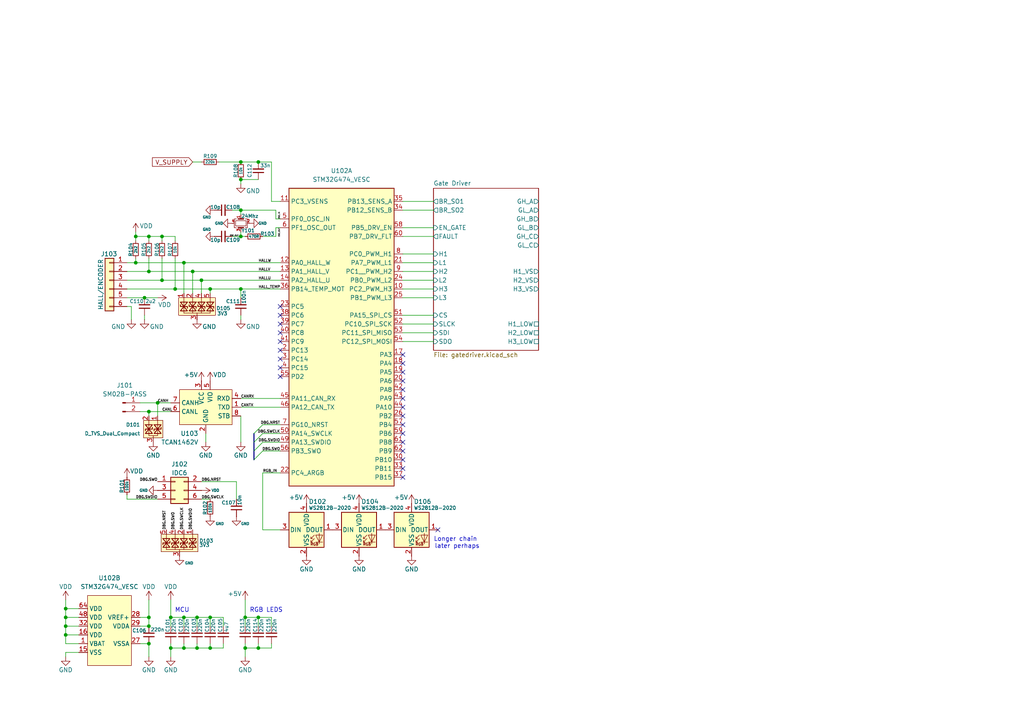
<source format=kicad_sch>
(kicad_sch (version 20250114) (generator "eeschema") (generator_version "9.0")
  (paper "A4")
  (lib_symbols
    (symbol "Bluesat:C_CompactH" (pin_numbers (hide yes)) (pin_names (offset 0.254) (hide yes))
      (property "Reference" "C" (at 0.762 0.889 0))
      (property "Value" "C_CompactH" (at -0.762 0.889 0))
      (symbol "C_CompactH_1_1"
        (pin passive line (at -2.54 0 0) (length 2.032) (name "~") (number "1"))
        (pin passive line (at 2.54 0 180) (length 2.032) (name "~") (number "2"))
      )
    )
    (symbol "Bluesat:C_CompactV" (pin_numbers (hide yes)) (pin_names (offset 0.254) (hide yes))
      (property "Reference" "C" (at -0.889 0.762 90))
      (property "Value" "C_CompactV" (at 0.889 0.762 90))
      (symbol "C_CompactV_1_1"
        (pin passive line (at 0 2.54 270) (length 2.032) (name "~") (number "2"))
        (pin passive line (at 0 -2.54 90) (length 2.032) (name "~") (number "1"))
      )
    )
    (symbol "Bluesat:D_TVS_Dual_Compact" (pin_names (offset 1.016) (hide yes))
      (property "Reference" "D" (at 0 6.35 0))
      (property "Value" "D_TVS_Dual_Compact" (at 0 5.08 0))
      (symbol "D_TVS_Dual_Compact_1_1"
        (pin passive line (at -1.27 3.81 270) (length 1.27) (name "") (number "1"))
        (pin passive line (at 0 -3.81 90) (length 1.27) (name "") (number "3"))
        (pin passive line (at 1.27 3.81 270) (length 1.27) (name "") (number "2"))
      )
    )
    (symbol "Bluesat:D_TVS_Quad_Compact" (pin_names (offset 1.016) (hide yes))
      (property "Reference" "D" (at 0 6.35 0))
      (property "Value" "D_TVS_Dual_Compact" (at 0 5.08 0))
      (symbol "D_TVS_Quad_Compact_1_1"
        (pin passive line (at -3.81 3.81 270) (length 1.27) (name "") (number "1"))
        (pin passive line (at -3.81 3.81 270) (length 1.27) (hide yes) (name "") (number "10"))
        (pin passive line (at -1.27 3.81 270) (length 1.27) (name "") (number "2"))
        (pin passive line (at -1.27 3.81 270) (length 1.27) (hide yes) (name "") (number "9"))
        (pin passive line (at 0 -3.81 90) (length 1.27) (name "") (number "3"))
        (pin passive line (at 0 -3.81 90) (length 1.27) (hide yes) (name "") (number "8"))
        (pin passive line (at 1.27 3.81 270) (length 1.27) (name "") (number "4"))
        (pin passive line (at 1.27 3.81 270) (length 1.27) (hide yes) (name "") (number "7"))
        (pin passive line (at 3.81 3.81 270) (length 1.27) (name "") (number "5"))
        (pin passive line (at 3.81 3.81 270) (length 1.27) (hide yes) (name "") (number "6"))
      )
    )
    (symbol "Bluesat:R_CompactH" (pin_numbers (hide yes)) (pin_names (offset 0.254) (hide yes))
      (property "Reference" "R" (at 1.8415 0.1905 0))
      (property "Value" "R_CompactH" (at 0 0 0))
      (symbol "R_CompactH_1_1"
        (pin passive line (at -2.54 0 0) (length 0.762) (name "~") (number "1"))
        (pin passive line (at 2.54 0 180) (length 0.762) (name "~") (number "2"))
      )
    )
    (symbol "Bluesat:R_CompactV" (pin_numbers (hide yes)) (pin_names (offset 0.254) (hide yes))
      (property "Reference" "R" (at -0.889 0 90))
      (property "Value" "R_CompactV" (at 0 0 90))
      (symbol "R_CompactV_1_1"
        (pin passive line (at 0 2.54 270) (length 0.762) (name "~") (number "1"))
        (pin passive line (at 0 -2.54 90) (length 0.762) (name "~") (number "2"))
      )
    )
    (symbol "Bluesat:TCAN1462V"
      (property "Reference" "U" (at 1.905 8.255 0))
      (property "Value" "TCAN1462V" (at 1.905 6.35 0))
      (symbol "TCAN1462V_1_1"
        (pin input line (at -10.16 2.54 0) (length 2.54) (name "RXD") (number "4"))
        (pin input line (at -10.16 0 0) (length 2.54) (name "TXD") (number "1"))
        (pin input line (at -10.16 -2.54 0) (length 2.54) (name "STB") (number "8"))
        (pin input line (at -1.27 7.62 270) (length 2.54) (name "VIO") (number "5"))
        (pin input line (at 0 -7.62 90) (length 2.54) (name "GND") (number "2"))
        (pin input line (at 0 -7.62 90) (length 2.54) (hide yes) (name "EP") (number "9"))
        (pin input line (at 1.27 7.62 270) (length 2.54) (name "VCC") (number "3"))
        (pin input line (at 10.16 1.27 180) (length 2.54) (name "CANH") (number "7"))
        (pin input line (at 10.16 -1.27 180) (length 2.54) (name "CANL") (number "6"))
      )
    )
    (symbol "Connector:Conn_01x02_Pin" (pin_names (offset 1.016) (hide yes))
      (property "Reference" "J" (at 0 2.54 0))
      (property "Value" "Conn_01x02_Pin" (at 0 -5.08 0))
      (symbol "Conn_01x02_Pin_1_1"
        (pin passive line (at 5.08 0 180) (length 3.81) (name "Pin_1") (number "1"))
        (pin passive line (at 5.08 -2.54 180) (length 3.81) (name "Pin_2") (number "2"))
      )
    )
    (symbol "Connector_Generic:Conn_01x06" (pin_names (offset 1.016) (hide yes))
      (property "Reference" "J" (at 0 7.62 0))
      (property "Value" "Conn_01x06" (at 0 -10.16 0))
      (symbol "Conn_01x06_1_1"
        (pin passive line (at -5.08 5.08 0) (length 3.81) (name "Pin_1") (number "1"))
        (pin passive line (at -5.08 2.54 0) (length 3.81) (name "Pin_2") (number "2"))
        (pin passive line (at -5.08 0 0) (length 3.81) (name "Pin_3") (number "3"))
        (pin passive line (at -5.08 -2.54 0) (length 3.81) (name "Pin_4") (number "4"))
        (pin passive line (at -5.08 -5.08 0) (length 3.81) (name "Pin_5") (number "5"))
        (pin passive line (at -5.08 -7.62 0) (length 3.81) (name "Pin_6") (number "6"))
      )
    )
    (symbol "Connector_Generic:Conn_02x03_Odd_Even" (pin_names (offset 1.016) (hide yes))
      (property "Reference" "J" (at 1.27 5.08 0))
      (property "Value" "Conn_02x03_Odd_Even" (at 1.27 -5.08 0))
      (symbol "Conn_02x03_Odd_Even_1_1"
        (pin passive line (at -5.08 2.54 0) (length 3.81) (name "Pin_1") (number "1"))
        (pin passive line (at -5.08 0 0) (length 3.81) (name "Pin_3") (number "3"))
        (pin passive line (at -5.08 -2.54 0) (length 3.81) (name "Pin_5") (number "5"))
        (pin passive line (at 7.62 2.54 180) (length 3.81) (name "Pin_2") (number "2"))
        (pin passive line (at 7.62 0 180) (length 3.81) (name "Pin_4") (number "4"))
        (pin passive line (at 7.62 -2.54 180) (length 3.81) (name "Pin_6") (number "6"))
      )
    )
    (symbol "Device:Crystal_GND24_Small" (pin_names (offset 1.016) (hide yes))
      (property "Reference" "Y" (at 1.27 4.445 0))
      (property "Value" "Crystal_GND24_Small" (at 1.27 2.54 0))
      (symbol "Crystal_GND24_Small_1_1"
        (pin passive line (at -2.54 0 0) (length 1.27) (name "1") (number "1"))
        (pin passive line (at 0 2.54 270) (length 0.635) (name "4") (number "4"))
        (pin passive line (at 0 -2.54 90) (length 0.635) (name "2") (number "2"))
        (pin passive line (at 2.54 0 180) (length 1.27) (name "3") (number "3"))
      )
    )
    (symbol "LED:WS2812B-2020" (pin_names (offset 0.254))
      (property "Reference" "D" (at 5.08 5.715 0))
      (property "Value" "WS2812B-2020" (at 1.27 -5.715 0))
      (symbol "WS2812B-2020_0_0"
        (text "RGB" (at 2.286 -4.191 0) (effects (font (size 0.762 0.762))))
      )
      (symbol "WS2812B-2020_1_1"
        (pin input line (at -7.62 0 0) (length 2.54) (name "DIN") (number "3"))
        (pin power_in line (at 0 7.62 270) (length 2.54) (name "VDD") (number "4"))
        (pin power_in line (at 0 -7.62 90) (length 2.54) (name "VSS") (number "2"))
        (pin output line (at 7.62 0 180) (length 2.54) (name "DOUT") (number "1"))
      )
    )
    (symbol "STM32G474_VESC_1"
      (property "Reference" "U102" (at 1.27 53.34 0))
      (property "Value" "STM32G474_VESC" (at 1.27 50.8 0))
      (symbol "STM32G474_VESC_1_1_1"
        (pin bidirectional line (at -16.51 39.37 0) (length 2.54) (name "PF0_OSC_IN") (number "5"))
        (pin bidirectional line (at -16.51 36.83 0) (length 2.54) (name "PF1_OSC_OUT") (number "6"))
        (pin bidirectional line (at -16.51 31.75 0) (length 2.54) (name "PC0") (number "8"))
        (pin bidirectional line (at -16.51 29.21 0) (length 2.54) (name "PC1") (number "9"))
        (pin bidirectional line (at -16.51 26.67 0) (length 2.54) (name "PC2") (number "10"))
        (pin bidirectional line (at -16.51 24.13 0) (length 2.54) (name "PC3") (number "11"))
        (pin bidirectional line (at -16.51 21.59 0) (length 2.54) (name "PC4") (number "22"))
        (pin bidirectional line (at -16.51 19.05 0) (length 2.54) (name "PC5") (number "23"))
        (pin bidirectional line (at -16.51 16.51 0) (length 2.54) (name "PC6") (number "38"))
        (pin bidirectional line (at -16.51 13.97 0) (length 2.54) (name "PC7") (number "39"))
        (pin bidirectional line (at -16.51 11.43 0) (length 2.54) (name "PC8") (number "40"))
        (pin bidirectional line (at -16.51 8.89 0) (length 2.54) (name "PC9") (number "41"))
        (pin bidirectional line (at -16.51 6.35 0) (length 2.54) (name "PC10") (number "52"))
        (pin bidirectional line (at -16.51 3.81 0) (length 2.54) (name "PC11") (number "53"))
        (pin bidirectional line (at -16.51 1.27 0) (length 2.54) (name "PC12") (number "54"))
        (pin bidirectional line (at -16.51 -1.27 0) (length 2.54) (name "PC13") (number "2"))
        (pin bidirectional line (at -16.51 -3.81 0) (length 2.54) (name "PC14") (number "3"))
        (pin bidirectional line (at -16.51 -6.35 0) (length 2.54) (name "PC15") (number "4"))
        (pin bidirectional line (at -16.51 -12.7 0) (length 2.54) (name "PA11_CAN_RX") (number "45"))
        (pin bidirectional line (at -16.51 -15.24 0) (length 2.54) (name "PA12_CAN_TX") (number "46"))
        (pin bidirectional line (at -16.51 -20.32 0) (length 2.54) (name "PG10_NRST") (number "7"))
        (pin bidirectional line (at -16.51 -22.86 0) (length 2.54) (name "PA14_SWCLK") (number "50"))
        (pin bidirectional line (at -16.51 -25.4 0) (length 2.54) (name "PA13_SWDIO") (number "49"))
        (pin bidirectional line (at -16.51 -27.94 0) (length 2.54) (name "PB3_SWO") (number "56"))
        (pin bidirectional line (at -16.51 -34.29 0) (length 2.54) (name "PA2_ARGB") (number "14"))
        (pin bidirectional line (at 19.05 45.72 180) (length 2.54) (name "PD2") (number "55"))
        (pin bidirectional line (at 19.05 34.29 180) (length 2.54) (name "PA0") (number "12"))
        (pin bidirectional line (at 19.05 31.75 180) (length 2.54) (name "PA1") (number "13"))
        (pin bidirectional line (at 19.05 26.67 180) (length 2.54) (name "PA3") (number "17"))
        (pin bidirectional line (at 19.05 24.13 180) (length 2.54) (name "PA4") (number "18"))
        (pin bidirectional line (at 19.05 21.59 180) (length 2.54) (name "PA5") (number "19"))
        (pin bidirectional line (at 19.05 19.05 180) (length 2.54) (name "PA6") (number "20"))
        (pin bidirectional line (at 19.05 16.51 180) (length 2.54) (name "PA7") (number "21"))
        (pin bidirectional line (at 19.05 13.97 180) (length 2.54) (name "PA8") (number "42"))
        (pin bidirectional line (at 19.05 11.43 180) (length 2.54) (name "PA9") (number "43"))
        (pin bidirectional line (at 19.05 8.89 180) (length 2.54) (name "PA10") (number "44"))
        (pin bidirectional line (at 19.05 6.35 180) (length 2.54) (name "PA15") (number "51"))
        (pin bidirectional line (at 19.05 3.81 180) (length 2.54) (name "PB0") (number "24"))
        (pin bidirectional line (at 19.05 1.27 180) (length 2.54) (name "PB1") (number "25"))
        (pin bidirectional line (at 19.05 -1.27 180) (length 2.54) (name "PB2") (number "26"))
        (pin bidirectional line (at 19.05 -3.81 180) (length 2.54) (name "PB4") (number "57"))
        (pin bidirectional line (at 19.05 -6.35 180) (length 2.54) (name "PB5") (number "58"))
        (pin bidirectional line (at 19.05 -8.89 180) (length 2.54) (name "PB6") (number "59"))
        (pin bidirectional line (at 19.05 -11.43 180) (length 2.54) (name "PB7") (number "60"))
        (pin bidirectional line (at 19.05 -13.97 180) (length 2.54) (name "PB8") (number "61"))
        (pin bidirectional line (at 19.05 -16.51 180) (length 2.54) (name "PB9") (number "62"))
        (pin bidirectional line (at 19.05 -19.05 180) (length 2.54) (name "PB10") (number "30"))
        (pin bidirectional line (at 19.05 -21.59 180) (length 2.54) (name "PB11") (number "33"))
        (pin bidirectional line (at 19.05 -24.13 180) (length 2.54) (name "PB12") (number "34"))
        (pin bidirectional line (at 19.05 -26.67 180) (length 2.54) (name "PB13") (number "35"))
        (pin bidirectional line (at 19.05 -29.21 180) (length 2.54) (name "PB14") (number "36"))
        (pin bidirectional line (at 19.05 -31.75 180) (length 2.54) (name "PB15") (number "37"))
      )
      (symbol "STM32G474_VESC_1_2_1"
        (pin power_in line (at -7.62 44.45 0) (length 2.54) (name "VDD") (number "64"))
        (pin power_in line (at -7.62 41.91 0) (length 2.54) (name "VDD") (number "48"))
        (pin power_in line (at -7.62 39.37 0) (length 2.54) (name "VDD") (number "32"))
        (pin power_in line (at -7.62 36.83 0) (length 2.54) (name "VDD") (number "16"))
        (pin power_in line (at -7.62 34.29 0) (length 2.54) (name "VBAT") (number "1"))
        (pin power_in line (at -7.62 31.75 0) (length 2.54) (name "VSS") (number "15"))
        (pin passive line (at -7.62 31.75 0) (length 2.54) (hide yes) (name "VSS") (number "31"))
        (pin passive line (at -7.62 31.75 0) (length 2.54) (hide yes) (name "VSS") (number "47"))
        (pin passive line (at -7.62 31.75 0) (length 2.54) (hide yes) (name "VSS") (number "63"))
        (pin input line (at 10.16 41.91 180) (length 2.54) (name "VREF+") (number "28"))
        (pin power_in line (at 10.16 39.37 180) (length 2.54) (name "VDDA") (number "29"))
        (pin power_in line (at 10.16 34.29 180) (length 2.54) (name "VSSA") (number "27"))
      )
    )
    (symbol "Vesc:STM32G474_VESC"
      (property "Reference" "U102" (at 1.27 53.34 0))
      (property "Value" "STM32G474_VESC" (at 1.27 50.8 0))
      (symbol "STM32G474_VESC_1_1"
        (pin bidirectional line (at -16.51 44.45 0) (length 2.54) (name "PC3_VSENS") (number "11"))
        (pin bidirectional line (at -16.51 39.37 0) (length 2.54) (name "PF0_OSC_IN") (number "5"))
        (pin bidirectional line (at -16.51 36.83 0) (length 2.54) (name "PF1_OSC_OUT") (number "6"))
        (pin bidirectional line (at -16.51 26.67 0) (length 2.54) (name "PA0_HALL_W") (number "12"))
        (pin bidirectional line (at -16.51 24.13 0) (length 2.54) (name "PA1_HALL_V") (number "13"))
        (pin bidirectional line (at -16.51 21.59 0) (length 2.54) (name "PA2_HALL_U") (number "14"))
        (pin bidirectional line (at -16.51 19.05 0) (length 2.54) (name "PB14_TEMP_MOT") (number "36"))
        (pin bidirectional line (at -16.51 13.97 0) (length 2.54) (name "PC5") (number "23"))
        (pin bidirectional line (at -16.51 11.43 0) (length 2.54) (name "PC6") (number "38"))
        (pin bidirectional line (at -16.51 8.89 0) (length 2.54) (name "PC7") (number "39"))
        (pin bidirectional line (at -16.51 6.35 0) (length 2.54) (name "PC8") (number "40"))
        (pin bidirectional line (at -16.51 3.81 0) (length 2.54) (name "PC9") (number "41"))
        (pin bidirectional line (at -16.51 1.27 0) (length 2.54) (name "PC13") (number "2"))
        (pin bidirectional line (at -16.51 -1.27 0) (length 2.54) (name "PC14") (number "3"))
        (pin bidirectional line (at -16.51 -3.81 0) (length 2.54) (name "PC15") (number "4"))
        (pin bidirectional line (at -16.51 -6.35 0) (length 2.54) (name "PD2") (number "55"))
        (pin bidirectional line (at -16.51 -12.7 0) (length 2.54) (name "PA11_CAN_RX") (number "45"))
        (pin bidirectional line (at -16.51 -15.24 0) (length 2.54) (name "PA12_CAN_TX") (number "46"))
        (pin bidirectional line (at -16.51 -20.32 0) (length 2.54) (name "PG10_NRST") (number "7"))
        (pin bidirectional line (at -16.51 -22.86 0) (length 2.54) (name "PA14_SWCLK") (number "50"))
        (pin bidirectional line (at -16.51 -25.4 0) (length 2.54) (name "PA13_SWDIO") (number "49"))
        (pin bidirectional line (at -16.51 -27.94 0) (length 2.54) (name "PB3_SWO") (number "56"))
        (pin bidirectional line (at -16.51 -34.29 0) (length 2.54) (name "PC4_ARGB") (number "22"))
        (pin bidirectional line (at 19.05 44.45 180) (length 2.54) (name "PB13_SENS_A") (number "35"))
        (pin bidirectional line (at 19.05 41.91 180) (length 2.54) (name "PB12_SENS_B") (number "34"))
        (pin bidirectional line (at 19.05 36.83 180) (length 2.54) (name "PB5_DRV_EN") (number "58"))
        (pin bidirectional line (at 19.05 34.29 180) (length 2.54) (name "PB7_DRV_FLT") (number "60"))
        (pin bidirectional line (at 19.05 29.21 180) (length 2.54) (name "PC0_PWM_H1") (number "8"))
        (pin bidirectional line (at 19.05 26.67 180) (length 2.54) (name "PA7_PWM_L1") (number "21"))
        (pin bidirectional line (at 19.05 24.13 180) (length 2.54) (name "PC1__PWM_H2") (number "9"))
        (pin bidirectional line (at 19.05 21.59 180) (length 2.54) (name "PB0_PWM_L2") (number "24"))
        (pin bidirectional line (at 19.05 19.05 180) (length 2.54) (name "PC2_PWM_H3") (number "10"))
        (pin bidirectional line (at 19.05 16.51 180) (length 2.54) (name "PB1_PWM_L3") (number "25"))
        (pin bidirectional line (at 19.05 11.43 180) (length 2.54) (name "PA15_SPI_CS") (number "51"))
        (pin bidirectional line (at 19.05 8.89 180) (length 2.54) (name "PC10_SPI_SCK") (number "52"))
        (pin bidirectional line (at 19.05 6.35 180) (length 2.54) (name "PC11_SPI_MISO") (number "53"))
        (pin bidirectional line (at 19.05 3.81 180) (length 2.54) (name "PC12_SPI_MOSI") (number "54"))
        (pin bidirectional line (at 19.05 0 180) (length 2.54) (name "PA3") (number "17"))
        (pin bidirectional line (at 19.05 -2.54 180) (length 2.54) (name "PA4") (number "18"))
        (pin bidirectional line (at 19.05 -5.08 180) (length 2.54) (name "PA5") (number "19"))
        (pin bidirectional line (at 19.05 -7.62 180) (length 2.54) (name "PA6") (number "20"))
        (pin bidirectional line (at 19.05 -10.16 180) (length 2.54) (name "PA8") (number "42"))
        (pin bidirectional line (at 19.05 -12.7 180) (length 2.54) (name "PA9") (number "43"))
        (pin bidirectional line (at 19.05 -15.24 180) (length 2.54) (name "PA10") (number "44"))
        (pin bidirectional line (at 19.05 -17.78 180) (length 2.54) (name "PB2") (number "26"))
        (pin bidirectional line (at 19.05 -20.32 180) (length 2.54) (name "PB4") (number "57"))
        (pin bidirectional line (at 19.05 -22.86 180) (length 2.54) (name "PB6") (number "59"))
        (pin bidirectional line (at 19.05 -25.4 180) (length 2.54) (name "PB8") (number "61"))
        (pin bidirectional line (at 19.05 -27.94 180) (length 2.54) (name "PB9") (number "62"))
        (pin bidirectional line (at 19.05 -30.48 180) (length 2.54) (name "PB10") (number "30"))
        (pin bidirectional line (at 19.05 -33.02 180) (length 2.54) (name "PB11") (number "33"))
        (pin bidirectional line (at 19.05 -35.56 180) (length 2.54) (name "PB15") (number "37"))
      )
      (symbol "STM32G474_VESC_2_1"
        (pin power_in line (at -7.62 44.45 0) (length 2.54) (name "VDD") (number "64"))
        (pin power_in line (at -7.62 41.91 0) (length 2.54) (name "VDD") (number "48"))
        (pin power_in line (at -7.62 39.37 0) (length 2.54) (name "VDD") (number "32"))
        (pin power_in line (at -7.62 36.83 0) (length 2.54) (name "VDD") (number "16"))
        (pin power_in line (at -7.62 34.29 0) (length 2.54) (name "VBAT") (number "1"))
        (pin power_in line (at -7.62 31.75 0) (length 2.54) (name "VSS") (number "15"))
        (pin passive line (at -7.62 31.75 0) (length 2.54) (hide yes) (name "VSS") (number "31"))
        (pin passive line (at -7.62 31.75 0) (length 2.54) (hide yes) (name "VSS") (number "47"))
        (pin passive line (at -7.62 31.75 0) (length 2.54) (hide yes) (name "VSS") (number "63"))
        (pin input line (at 10.16 41.91 180) (length 2.54) (name "VREF+") (number "28"))
        (pin power_in line (at 10.16 39.37 180) (length 2.54) (name "VDDA") (number "29"))
        (pin power_in line (at 10.16 34.29 180) (length 2.54) (name "VSSA") (number "27"))
      )
    )
    (symbol "power:+5V" (power) (pin_numbers (hide yes)) (pin_names (offset 0) (hide yes))
      (property "Value" "+5V" (at 0 3.556 0))
      (symbol "+5V_1_1"
        (pin power_in line (at 0 0 90) (length 0) (name "~") (number "1"))
      )
    )
    (symbol "power:GND" (power) (pin_numbers (hide yes)) (pin_names (offset 0) (hide yes))
      (property "Value" "GND" (at 0 -3.81 0))
      (symbol "GND_1_1"
        (pin power_in line (at 0 0 270) (length 0) (name "~") (number "1"))
      )
    )
    (symbol "power:VDD" (power) (pin_numbers (hide yes)) (pin_names (offset 0) (hide yes))
      (property "Value" "VDD" (at 0 3.556 0))
      (symbol "VDD_1_1"
        (pin power_in line (at 0 0 90) (length 0) (name "~") (number "1"))
      )
    )
  )
  (text "RGB LEDS" (at 77.216 177.038 0) (effects (font (size 1.27 1.27))))
  (text "Longer chain \nlater perhaps" (at 132.588 157.48 0) (effects (font (size 1.27 1.27))))
  (text "MCU" (at 52.832 177.038 0) (effects (font (size 1.27 1.27))))
  (junction (at 71.12 187.96))
  (junction (at 60.96 83.82))
  (junction (at 43.18 181.61))
  (junction (at 53.34 179.07))
  (junction (at 69.85 68.58))
  (junction (at 69.85 60.96))
  (junction (at 19.05 184.15))
  (junction (at 69.85 46.99))
  (junction (at 69.85 52.07))
  (junction (at 43.18 186.69))
  (junction (at 19.05 179.07))
  (junction (at 43.18 179.07))
  (junction (at 57.15 187.96))
  (junction (at 19.05 181.61))
  (junction (at 60.96 179.07))
  (junction (at 58.42 81.28))
  (junction (at 74.93 187.96))
  (junction (at 46.99 68.58))
  (junction (at 45.72 116.84))
  (junction (at 49.53 179.07))
  (junction (at 55.88 78.74))
  (junction (at 74.93 179.07))
  (junction (at 53.34 187.96))
  (junction (at 41.91 86.36))
  (junction (at 43.18 78.74))
  (junction (at 69.85 83.82))
  (junction (at 74.93 46.99))
  (junction (at 71.12 179.07))
  (junction (at 19.05 176.53))
  (junction (at 53.34 76.2))
  (junction (at 49.53 187.96))
  (junction (at 43.18 68.58))
  (junction (at 43.18 119.38))
  (junction (at 50.8 83.82))
  (junction (at 39.37 76.2))
  (junction (at 60.96 187.96))
  (junction (at 39.37 68.58))
  (junction (at 57.15 179.07))
  (junction (at 46.99 81.28))
  (no_connect (at 127 153.67))
  (no_connect (at 116.84 110.49))
  (no_connect (at 116.84 133.35))
  (no_connect (at 116.84 115.57))
  (no_connect (at 116.84 128.27))
  (no_connect (at 116.84 107.95))
  (no_connect (at 81.28 104.14))
  (no_connect (at 81.28 91.44))
  (no_connect (at 116.84 138.43))
  (no_connect (at 116.84 125.73))
  (no_connect (at 116.84 135.89))
  (no_connect (at 116.84 118.11))
  (no_connect (at 81.28 96.52))
  (no_connect (at 81.28 99.06))
  (no_connect (at 116.84 105.41))
  (no_connect (at 81.28 109.22))
  (no_connect (at 81.28 106.68))
  (no_connect (at 81.28 101.6))
  (no_connect (at 81.28 93.98))
  (no_connect (at 116.84 102.87))
  (no_connect (at 116.84 120.65))
  (no_connect (at 116.84 130.81))
  (no_connect (at 116.84 113.03))
  (no_connect (at 116.84 123.19))
  (no_connect (at 81.28 88.9))
  (bus_entry (at 73.66 125.73) (size 2.54 -2.54))
  (bus_entry (at 73.66 128.27) (size 2.54 -2.54))
  (bus_entry (at 73.66 133.35) (size 2.54 -2.54))
  (bus_entry (at 73.66 130.81) (size 2.54 -2.54))
  (wire (pts (xy 46.99 81.28) (xy 58.42 81.28)))
  (wire (pts (xy 69.85 68.58) (xy 71.12 68.58)))
  (wire (pts (xy 71.12 187.96) (xy 71.12 190.5)))
  (wire (pts (xy 116.84 76.2) (xy 125.73 76.2)))
  (wire (pts (xy 50.8 83.82) (xy 60.96 83.82)))
  (wire (pts (xy 50.8 68.58) (xy 46.99 68.58)))
  (wire (pts (xy 74.93 186.69) (xy 74.93 187.96)))
  (wire (pts (xy 76.2 137.16) (xy 81.28 137.16)))
  (wire (pts (xy 58.42 81.28) (xy 58.42 85.09)))
  (wire (pts (xy 49.53 187.96) (xy 49.53 190.5)))
  (wire (pts (xy 39.37 67.31) (xy 39.37 68.58)))
  (wire (pts (xy 19.05 181.61) (xy 22.86 181.61)))
  (wire (pts (xy 55.88 78.74) (xy 81.28 78.74)))
  (wire (pts (xy 19.05 179.07) (xy 22.86 179.07)))
  (wire (pts (xy 49.53 187.96) (xy 53.34 187.96)))
  (wire (pts (xy 55.88 78.74) (xy 55.88 85.09)))
  (wire (pts (xy 80.01 66.04) (xy 81.28 66.04)))
  (wire (pts (xy 53.34 179.07) (xy 49.53 179.07)))
  (wire (pts (xy 74.93 187.96) (xy 78.74 187.96)))
  (wire (pts (xy 69.85 83.82) (xy 81.28 83.82)))
  (wire (pts (xy 43.18 68.58) (xy 39.37 68.58)))
  (wire (pts (xy 116.84 81.28) (xy 125.73 81.28)))
  (wire (pts (xy 53.34 187.96) (xy 53.34 186.69)))
  (wire (pts (xy 76.2 153.67) (xy 81.28 153.67)))
  (wire (pts (xy 116.84 68.58) (xy 125.73 68.58)))
  (wire (pts (xy 22.86 186.69) (xy 19.05 186.69)))
  (wire (pts (xy 71.12 179.07) (xy 71.12 181.61)))
  (wire (pts (xy 67.31 60.96) (xy 69.85 60.96)))
  (wire (pts (xy 55.88 46.99) (xy 58.42 46.99)))
  (wire (pts (xy 41.91 86.36) (xy 45.72 86.36)))
  (wire (pts (xy 69.85 60.96) (xy 69.85 62.23)))
  (wire (pts (xy 116.84 96.52) (xy 125.73 96.52)))
  (wire (pts (xy 57.15 187.96) (xy 60.96 187.96)))
  (bus (pts (xy 73.66 128.27) (xy 73.66 130.81)))
  (wire (pts (xy 57.15 187.96) (xy 57.15 186.69)))
  (wire (pts (xy 36.83 86.36) (xy 41.91 86.36)))
  (wire (pts (xy 68.58 139.7) (xy 58.42 139.7)))
  (wire (pts (xy 60.96 181.61) (xy 60.96 179.07)))
  (wire (pts (xy 57.15 179.07) (xy 53.34 179.07)))
  (wire (pts (xy 60.96 83.82) (xy 69.85 83.82)))
  (wire (pts (xy 63.5 46.99) (xy 69.85 46.99)))
  (wire (pts (xy 53.34 76.2) (xy 53.34 85.09)))
  (wire (pts (xy 43.18 173.99) (xy 43.18 179.07)))
  (wire (pts (xy 43.18 186.69) (xy 43.18 190.5)))
  (wire (pts (xy 76.2 130.81) (xy 81.28 130.81)))
  (wire (pts (xy 74.93 46.99) (xy 78.74 46.99)))
  (wire (pts (xy 43.18 119.38) (xy 43.18 120.65)))
  (wire (pts (xy 69.85 46.99) (xy 74.93 46.99)))
  (wire (pts (xy 36.83 76.2) (xy 39.37 76.2)))
  (wire (pts (xy 39.37 76.2) (xy 53.34 76.2)))
  (wire (pts (xy 49.53 179.07) (xy 49.53 181.61)))
  (wire (pts (xy 50.8 74.93) (xy 50.8 83.82)))
  (wire (pts (xy 60.96 83.82) (xy 60.96 85.09)))
  (wire (pts (xy 78.74 58.42) (xy 78.74 46.99)))
  (wire (pts (xy 19.05 184.15) (xy 19.05 186.69)))
  (wire (pts (xy 58.42 81.28) (xy 81.28 81.28)))
  (wire (pts (xy 38.1 88.9) (xy 38.1 92.71)))
  (wire (pts (xy 53.34 76.2) (xy 81.28 76.2)))
  (wire (pts (xy 116.84 83.82) (xy 125.73 83.82)))
  (wire (pts (xy 36.83 143.51) (xy 36.83 144.78)))
  (wire (pts (xy 64.77 187.96) (xy 60.96 187.96)))
  (wire (pts (xy 74.93 179.07) (xy 74.93 181.61)))
  (wire (pts (xy 19.05 189.23) (xy 19.05 190.5)))
  (wire (pts (xy 36.83 81.28) (xy 46.99 81.28)))
  (wire (pts (xy 69.85 68.58) (xy 67.31 68.58)))
  (wire (pts (xy 22.86 189.23) (xy 19.05 189.23)))
  (wire (pts (xy 64.77 186.69) (xy 64.77 187.96)))
  (wire (pts (xy 19.05 181.61) (xy 19.05 184.15)))
  (wire (pts (xy 19.05 176.53) (xy 22.86 176.53)))
  (wire (pts (xy 116.84 91.44) (xy 125.73 91.44)))
  (wire (pts (xy 74.93 179.07) (xy 71.12 179.07)))
  (wire (pts (xy 36.83 88.9) (xy 38.1 88.9)))
  (wire (pts (xy 81.28 63.5) (xy 80.01 63.5)))
  (wire (pts (xy 116.84 60.96) (xy 125.73 60.96)))
  (wire (pts (xy 57.15 181.61) (xy 57.15 179.07)))
  (wire (pts (xy 59.69 128.27) (xy 59.69 125.73)))
  (wire (pts (xy 116.84 58.42) (xy 125.73 58.42)))
  (wire (pts (xy 64.77 179.07) (xy 60.96 179.07)))
  (wire (pts (xy 43.18 179.07) (xy 43.18 181.61)))
  (wire (pts (xy 46.99 68.58) (xy 43.18 68.58)))
  (wire (pts (xy 39.37 68.58) (xy 39.37 69.85)))
  (wire (pts (xy 69.85 92.71) (xy 69.85 91.44)))
  (wire (pts (xy 53.34 181.61) (xy 53.34 179.07)))
  (wire (pts (xy 46.99 74.93) (xy 46.99 81.28)))
  (wire (pts (xy 69.85 67.31) (xy 69.85 68.58)))
  (wire (pts (xy 78.74 179.07) (xy 78.74 181.61)))
  (wire (pts (xy 19.05 179.07) (xy 19.05 181.61)))
  (wire (pts (xy 40.64 181.61) (xy 43.18 181.61)))
  (wire (pts (xy 49.53 173.99) (xy 49.53 179.07)))
  (wire (pts (xy 78.74 186.69) (xy 78.74 187.96)))
  (wire (pts (xy 80.01 68.58) (xy 80.01 66.04)))
  (wire (pts (xy 71.12 173.99) (xy 71.12 179.07)))
  (wire (pts (xy 43.18 74.93) (xy 43.18 78.74)))
  (wire (pts (xy 60.96 179.07) (xy 57.15 179.07)))
  (wire (pts (xy 69.85 52.07) (xy 74.93 52.07)))
  (wire (pts (xy 80.01 63.5) (xy 80.01 60.96)))
  (wire (pts (xy 76.2 68.58) (xy 80.01 68.58)))
  (wire (pts (xy 116.84 78.74) (xy 125.73 78.74)))
  (wire (pts (xy 36.83 83.82) (xy 50.8 83.82)))
  (wire (pts (xy 46.99 68.58) (xy 46.99 69.85)))
  (wire (pts (xy 60.96 187.96) (xy 60.96 186.69)))
  (wire (pts (xy 69.85 60.96) (xy 80.01 60.96)))
  (wire (pts (xy 45.72 116.84) (xy 49.53 116.84)))
  (wire (pts (xy 116.84 93.98) (xy 125.73 93.98)))
  (wire (pts (xy 76.2 128.27) (xy 81.28 128.27)))
  (wire (pts (xy 40.64 116.84) (xy 45.72 116.84)))
  (wire (pts (xy 69.85 52.07) (xy 69.85 53.34)))
  (wire (pts (xy 49.53 187.96) (xy 49.53 186.69)))
  (wire (pts (xy 53.34 187.96) (xy 57.15 187.96)))
  (wire (pts (xy 116.84 73.66) (xy 125.73 73.66)))
  (wire (pts (xy 64.77 181.61) (xy 64.77 179.07)))
  (wire (pts (xy 43.18 68.58) (xy 43.18 69.85)))
  (wire (pts (xy 45.72 116.84) (xy 45.72 120.65)))
  (bus (pts (xy 73.66 125.73) (xy 73.66 128.27)))
  (wire (pts (xy 41.91 92.71) (xy 41.91 91.44)))
  (wire (pts (xy 43.18 78.74) (xy 55.88 78.74)))
  (wire (pts (xy 78.74 179.07) (xy 74.93 179.07)))
  (wire (pts (xy 116.84 66.04) (xy 125.73 66.04)))
  (wire (pts (xy 116.84 99.06) (xy 125.73 99.06)))
  (wire (pts (xy 81.28 58.42) (xy 78.74 58.42)))
  (wire (pts (xy 69.85 115.57) (xy 81.28 115.57)))
  (wire (pts (xy 36.83 78.74) (xy 43.18 78.74)))
  (wire (pts (xy 39.37 74.93) (xy 39.37 76.2)))
  (wire (pts (xy 68.58 144.78) (xy 68.58 139.7)))
  (wire (pts (xy 19.05 184.15) (xy 22.86 184.15)))
  (wire (pts (xy 76.2 123.19) (xy 81.28 123.19)))
  (bus (pts (xy 73.66 130.81) (xy 73.66 133.35)))
  (wire (pts (xy 45.72 144.78) (xy 36.83 144.78)))
  (wire (pts (xy 40.64 186.69) (xy 43.18 186.69)))
  (wire (pts (xy 19.05 173.99) (xy 19.05 176.53)))
  (wire (pts (xy 69.85 118.11) (xy 81.28 118.11)))
  (wire (pts (xy 76.2 137.16) (xy 76.2 153.67)))
  (wire (pts (xy 40.64 179.07) (xy 43.18 179.07)))
  (wire (pts (xy 19.05 176.53) (xy 19.05 179.07)))
  (wire (pts (xy 40.64 119.38) (xy 43.18 119.38)))
  (wire (pts (xy 69.85 120.65) (xy 69.85 128.27)))
  (wire (pts (xy 76.2 125.73) (xy 81.28 125.73)))
  (wire (pts (xy 69.85 83.82) (xy 69.85 86.36)))
  (wire (pts (xy 71.12 187.96) (xy 74.93 187.96)))
  (wire (pts (xy 43.18 119.38) (xy 49.53 119.38)))
  (wire (pts (xy 58.42 144.78) (xy 60.96 144.78)))
  (wire (pts (xy 71.12 187.96) (xy 71.12 186.69)))
  (wire (pts (xy 50.8 68.58) (xy 50.8 69.85)))
  (wire (pts (xy 116.84 86.36) (xy 125.73 86.36)))
  (label "DBG.NRST" (at 81.28 123.19 180) (effects (font (size 0.762 0.762))))
  (label "DBG.SWO" (at 45.72 139.7 180) (effects (font (size 0.762 0.762))))
  (label "DBG.SWO" (at 50.8 153.67 90) (effects (font (size 0.762 0.762))))
  (label "RGB_IN" (at 76.2 137.16 0) (effects (font (size 0.762 0.762))))
  (label "DBG.SWCLK" (at 53.34 153.67 90) (effects (font (size 0.762 0.762))))
  (label "DBG.SWCLK" (at 81.28 125.73 180) (effects (font (size 0.762 0.762))))
  (label "DBG.SWCLK" (at 58.42 144.78 0) (effects (font (size 0.762 0.762))))
  (label "HALLW" (at 74.93 76.2 0) (effects (font (size 0.762 0.762))))
  (label "DBG.SWDIO" (at 55.88 153.67 90) (effects (font (size 0.762 0.762))))
  (label "DBG.NRST" (at 48.26 153.67 90) (effects (font (size 0.762 0.762))))
  (label "CANTX" (at 69.85 118.11 0) (effects (font (size 0.762 0.762))))
  (label "OSC_IN" (at 81.28 63.5 90) (effects (font (size 0.381 0.381))))
  (label "CANRX" (at 69.85 115.57 0) (effects (font (size 0.762 0.762))))
  (label "CANH" (at 45.72 116.84 0) (effects (font (size 0.762 0.762))))
  (label "OSC_OUT" (at 81.28 66.04 270) (effects (font (size 0.381 0.381))))
  (label "DBG.NRST" (at 58.42 139.7 0) (effects (font (size 0.762 0.762))))
  (label "DBG.SWO" (at 81.28 130.81 180) (effects (font (size 0.762 0.762))))
  (label "HALLU" (at 74.93 81.28 0) (effects (font (size 0.762 0.762))))
  (label "OSC_OUT_L" (at 69.85 68.58 180) (effects (font (size 0.381 0.381))))
  (label "DBG.SWDIO" (at 81.28 128.27 180) (effects (font (size 0.762 0.762))))
  (label "HALLV" (at 74.93 78.74 0) (effects (font (size 0.762 0.762))))
  (label "HALL_TEMP" (at 74.93 83.82 0) (effects (font (size 0.762 0.762))))
  (label "DBG.SWDIO" (at 45.72 144.78 180) (effects (font (size 0.762 0.762))))
  (label "CANL" (at 46.99 119.38 0) (effects (font (size 0.762 0.762))))
  (global_label "V_SUPPLY" (shape input) (at 55.88 46.99 180) (property "Intersheetrefs" "${INTERSHEET_REFS}" (effects (hide yes))))
  (symbol (lib_id "Bluesat:C_CompactV") (at 53.34 184.15 0) (unit 1)
    (property "Reference" "C102" (at 52.451 183.388 90) (effects (font (size 1.016 1.016)) (justify left)))
    (property "Value" "220n" (at 54.229 183.388 90) (effects (font (size 1.016 1.016)) (justify left)))
    (property "Footprint" "Capacitor_SMD:C_0402_1005Metric" (effects (hide yes)))
    (property "Description" "Unpolarized capacitor, compact symbol" (effects (hide yes)))
  )
  (symbol (lib_id "power:GND") (at 69.85 53.34 0) (unit 1)
    (property "Reference" "#PWR0130" (effects (hide yes)))
    (property "Value" "GND" (at 73.406 55.372 0))
    (property "Description" "Power symbol creates a global label with name \"GND\" , ground" (effects (hide yes)))
  )
  (symbol (lib_id "power:GND") (at 68.58 149.86 0) (unit 1)
    (property "Reference" "#PWR0112" (effects (hide yes)))
    (property "Value" "GND" (at 71.12 151.892 0) (effects (font (size 0.762 0.762))))
    (property "Description" "Power symbol creates a global label with name \"GND\" , ground" (effects (hide yes)))
  )
  (symbol (lib_id "LED:WS2812B-2020") (at 104.14 153.67 0) (unit 1)
    (property "Reference" "D104" (at 104.775 145.4852 0) (effects (justify left)))
    (property "Value" "WS2812B-2020" (at 104.775 147.32 0) (effects (font (size 1.016 1.016)) (justify left)))
    (property "Footprint" "Bluesat:WS2812B-2020" (effects (hide yes)))
    (property "Datasheet" "https://cdn-shop.adafruit.com/product-files/4684/4684_WS2812B-2020_V1.3_EN.pdf" (effects (hide yes)))
    (property "Description" "RGB LED with integrated controller, 2.0 x 2.0 mm, 12 mA" (effects (hide yes)))
  )
  (symbol (lib_id "Connector_Generic:Conn_01x06") (at 31.75 81.28 0) (mirror y) (unit 1)
    (property "Reference" "J103" (at 34.036 73.66 0) (effects (justify left)))
    (property "Value" "HALL/ENCODER" (at 29.21 89.916 90) (effects (justify left)))
    (property "Description" "Generic connector, single row, 01x06, script generated (kicad-library-utils/schlib/autogen/connector/)" (effects (hide yes)))
  )
  (symbol (lib_id "Bluesat:C_CompactV") (at 43.18 184.15 0) (unit 1)
    (property "Reference" "C106" (at 38.354 182.88 0) (effects (font (size 1.016 1.016)) (justify left)))
    (property "Value" "220n" (at 43.688 182.626 0) (effects (font (size 1.016 1.016)) (justify left)))
    (property "Footprint" "Capacitor_SMD:C_0402_1005Metric" (effects (hide yes)))
    (property "Description" "Unpolarized capacitor, compact symbol" (effects (hide yes)))
  )
  (symbol (lib_id "power:GND") (at 69.85 92.71 0) (unit 1)
    (property "Reference" "#PWR0123" (effects (hide yes)))
    (property "Value" "GND" (at 73.406 94.742 0))
    (property "Description" "Power symbol creates a global label with name \"GND\" , ground" (effects (hide yes)))
  )
  (symbol (lib_id "power:GND") (at 62.23 68.58 270) (unit 1)
    (property "Reference" "#PWR0126" (effects (hide yes)))
    (property "Value" "GND" (at 61.214 66.548 90) (effects (font (size 0.762 0.762)) (justify right)))
    (property "Description" "Power symbol creates a global label with name \"GND\" , ground" (effects (hide yes)))
  )
  (symbol (lib_id "power:+5V") (at 88.9 146.05 0) (unit 1)
    (property "Reference" "#PWR0118" (effects (hide yes)))
    (property "Value" "+5V" (at 85.852 144.272 0))
    (property "Description" "Power symbol creates a global label with name \"+5V\"" (effects (hide yes)))
  )
  (symbol (lib_id "power:GND") (at 52.07 161.29 0) (unit 1)
    (property "Reference" "#PWR0117" (effects (hide yes)))
    (property "Value" "GND" (at 54.864 163.322 0) (effects (font (size 0.762 0.762))))
    (property "Description" "Power symbol creates a global label with name \"GND\" , ground" (effects (hide yes)))
  )
  (symbol (lib_id "Bluesat:R_CompactV") (at 50.8 72.39 0) (unit 1)
    (property "Reference" "R107" (at 49.911 72.39 90) (effects (font (size 1.016 1.016)) (justify bottom)))
    (property "Value" "10k" (at 50.8 72.39 90) (effects (font (size 0.762 0.762))))
    (property "Footprint" "Resistor_SMD:R_0402_1005Metric" (effects (hide yes)))
    (property "Description" "Resistor, compact symbol" (effects (hide yes)))
  )
  (symbol (lib_id "power:+5V") (at 119.38 146.05 0) (unit 1)
    (property "Reference" "#PWR0135" (effects (hide yes)))
    (property "Value" "+5V" (at 116.332 144.272 0))
    (property "Description" "Power symbol creates a global label with name \"+5V\"" (effects (hide yes)))
  )
  (symbol (lib_id "power:VDD") (at 45.72 86.36 270) (unit 1)
    (property "Reference" "#PWR0122" (effects (hide yes)))
    (property "Value" "VDD" (at 47.752 88.392 90))
    (property "Description" "Power symbol creates a global label with name \"VDD\"" (effects (hide yes)))
  )
  (symbol (lib_id "Bluesat:C_CompactV") (at 74.93 184.15 0) (unit 1)
    (property "Reference" "C114" (at 74.041 183.388 90) (effects (font (size 1.016 1.016)) (justify left)))
    (property "Value" "220n" (at 75.819 183.388 90) (effects (font (size 1.016 1.016)) (justify left)))
    (property "Footprint" "Capacitor_SMD:C_0402_1005Metric" (effects (hide yes)))
    (property "Description" "Unpolarized capacitor, compact symbol" (effects (hide yes)))
  )
  (symbol (lib_id "power:GND") (at 45.72 142.24 270) (unit 1)
    (property "Reference" "#PWR0113" (effects (hide yes)))
    (property "Value" "GND" (at 41.656 142.24 90) (effects (font (size 0.762 0.762))))
    (property "Description" "Power symbol creates a global label with name \"GND\" , ground" (effects (hide yes)))
  )
  (symbol (lib_id "Connector_Generic:Conn_02x03_Odd_Even") (at 50.8 142.24 0) (unit 1)
    (property "Reference" "J102" (at 52.07 134.62 0))
    (property "Value" "IDC6" (at 52.07 137.16 0))
    (property "Footprint" "Bluesat:IDC6" (effects (hide yes)))
    (property "Description" "Generic connector, double row, 02x03, odd/even pin numbering scheme (row 1 odd numbers, row 2 even numbers), script generated (kicad-library-utils/schlib/autogen/connector/)" (effects (hide yes)))
  )
  (symbol (lib_id "LED:WS2812B-2020") (at 119.38 153.67 0) (unit 1)
    (property "Reference" "D106" (at 120.015 145.4852 0) (effects (justify left)))
    (property "Value" "WS2812B-2020" (at 120.015 147.32 0) (effects (font (size 1.016 1.016)) (justify left)))
    (property "Footprint" "Bluesat:WS2812B-2020" (effects (hide yes)))
    (property "Datasheet" "https://cdn-shop.adafruit.com/product-files/4684/4684_WS2812B-2020_V1.3_EN.pdf" (effects (hide yes)))
    (property "Description" "RGB LED with integrated controller, 2.0 x 2.0 mm, 12 mA" (effects (hide yes)))
  )
  (symbol (lib_id "power:GND") (at 62.23 60.96 270) (mirror x) (unit 1)
    (property "Reference" "#PWR0125" (effects (hide yes)))
    (property "Value" "GND" (at 61.214 62.992 90) (effects (font (size 0.762 0.762)) (justify right)))
    (property "Description" "Power symbol creates a global label with name \"GND\" , ground" (effects (hide yes)))
  )
  (symbol (lib_id "Bluesat:C_CompactV") (at 60.96 184.15 0) (unit 1)
    (property "Reference" "C104" (at 60.071 183.388 90) (effects (font (size 1.016 1.016)) (justify left)))
    (property "Value" "220n" (at 61.849 183.388 90) (effects (font (size 1.016 1.016)) (justify left)))
    (property "Footprint" "Capacitor_SMD:C_0402_1005Metric" (effects (hide yes)))
    (property "Description" "Unpolarized capacitor, compact symbol" (effects (hide yes)))
  )
  (symbol (lib_id "power:GND") (at 104.14 161.29 0) (unit 1)
    (property "Reference" "#PWR0132" (effects (hide yes)))
    (property "Value" "GND" (at 104.14 165.1 0))
    (property "Description" "Power symbol creates a global label with name \"GND\" , ground" (effects (hide yes)))
  )
  (symbol (lib_id "power:GND") (at 41.91 92.71 0) (unit 1)
    (property "Reference" "#PWR0121" (effects (hide yes)))
    (property "Value" "GND" (at 45.466 94.742 0))
    (property "Description" "Power symbol creates a global label with name \"GND\" , ground" (effects (hide yes)))
  )
  (symbol (lib_id "power:GND") (at 43.18 190.5 0) (unit 1)
    (property "Reference" "#PWR0105" (effects (hide yes)))
    (property "Value" "GND" (at 43.18 194.31 0))
    (property "Description" "Power symbol creates a global label with name \"GND\" , ground" (effects (hide yes)))
  )
  (symbol (lib_id "Bluesat:C_CompactV") (at 68.58 147.32 0) (unit 1)
    (property "Reference" "C107" (at 64.262 145.796 0) (effects (font (size 1.016 1.016)) (justify left)))
    (property "Value" "10n" (at 69.469 146.558 90) (effects (font (size 1.016 1.016)) (justify left)))
    (property "Footprint" "Capacitor_SMD:C_0402_1005Metric" (effects (hide yes)))
    (property "Description" "Unpolarized capacitor, compact symbol" (effects (hide yes)))
  )
  (symbol (lib_id "power:VDD") (at 19.05 173.99 0) (unit 1)
    (property "Reference" "#PWR0101" (effects (hide yes)))
    (property "Value" "VDD" (at 19.05 170.18 0))
    (property "Description" "Power symbol creates a global label with name \"VDD\"" (effects (hide yes)))
  )
  (symbol (lib_id "Bluesat:R_CompactV") (at 60.96 147.32 0) (unit 1)
    (property "Reference" "R102" (at 60.071 147.32 90) (effects (font (size 1.016 1.016)) (justify bottom)))
    (property "Value" "100k" (at 60.96 147.32 90) (effects (font (size 0.762 0.762))))
    (property "Footprint" "Resistor_SMD:R_0402_1005Metric" (effects (hide yes)))
    (property "Description" "Resistor, compact symbol" (effects (hide yes)))
  )
  (symbol (lib_id "Bluesat:C_CompactH") (at 64.77 68.58 0) (unit 1)
    (property "Reference" "C109" (at 65.532 69.596 0) (effects (font (size 1.016 1.016)) (justify left)))
    (property "Value" "10p" (at 64.008 69.596 0) (effects (font (size 1.016 1.016)) (justify right)))
    (property "Footprint" "Capacitor_SMD:C_0402_1005Metric" (effects (hide yes)))
    (property "Description" "Unpolarized capacitor, compact symbol" (effects (hide yes)))
  )
  (symbol (lib_name "STM32G474_VESC_1") (lib_id "Bluesat:STM32G474_VESC") (at 30.48 220.98 0) (unit 2)
    (property "Reference" "U102" (at 31.75 167.64 0))
    (property "Value" "STM32G474_VESC" (at 31.75 170.18 0))
    (property "Footprint" "Bluesat:LQFP-64-0.5" (effects (hide yes)))
    (property "Datasheet" "https://www.st.com/resource/en/datasheet/stm32g474rb.pdf" (effects (hide yes)))
    (property "Description" "STMicroelectronics Arm Cortex-M4 MCU, 128-512KB flash, 128KB RAM, 170 MHz, 1.71-3.6V, 52 GPIO, LQFP64" (effects (hide yes)))
  )
  (symbol (lib_id "Bluesat:R_CompactV") (at 36.83 140.97 0) (unit 1)
    (property "Reference" "R101" (at 35.941 140.97 90) (effects (font (size 1.016 1.016)) (justify bottom)))
    (property "Value" "100k" (at 36.83 140.97 90) (effects (font (size 0.762 0.762))))
    (property "Footprint" "Resistor_SMD:R_0402_1005Metric" (effects (hide yes)))
    (property "Description" "Resistor, compact symbol" (effects (hide yes)))
  )
  (symbol (lib_id "Bluesat:C_CompactV") (at 74.93 49.53 0) (unit 1)
    (property "Reference" "C112" (at 72.39 51.562 90) (effects (font (size 1.016 1.016)) (justify left)))
    (property "Value" "33n" (at 75.438 48.006 0) (effects (font (size 1.016 1.016)) (justify left)))
    (property "Footprint" "Capacitor_SMD:C_0402_1005Metric" (effects (hide yes)))
    (property "Description" "Unpolarized capacitor, compact symbol" (effects (hide yes)))
  )
  (symbol (lib_id "power:VDD") (at 39.37 67.31 0) (unit 1)
    (property "Reference" "#PWR0124" (effects (hide yes)))
    (property "Value" "VDD" (at 42.418 65.532 0))
    (property "Description" "Power symbol creates a global label with name \"VDD\"" (effects (hide yes)))
  )
  (symbol (lib_id "power:VDD") (at 49.53 173.99 0) (unit 1)
    (property "Reference" "#PWR0103" (effects (hide yes)))
    (property "Value" "VDD" (at 49.53 170.18 0))
    (property "Description" "Power symbol creates a global label with name \"VDD\"" (effects (hide yes)))
  )
  (symbol (lib_id "power:GND") (at 38.1 92.71 0) (unit 1)
    (property "Reference" "#PWR0120" (effects (hide yes)))
    (property "Value" "GND" (at 34.29 94.742 0))
    (property "Description" "Power symbol creates a global label with name \"GND\" , ground" (effects (hide yes)))
  )
  (symbol (lib_id "power:GND") (at 67.31 64.77 270) (mirror x) (unit 1)
    (property "Reference" "#PWR0127" (effects (hide yes)))
    (property "Value" "GND" (at 64.77 64.77 90) (effects (font (size 0.762 0.762)) (justify right)))
    (property "Description" "Power symbol creates a global label with name \"GND\" , ground" (effects (hide yes)))
  )
  (symbol (lib_id "power:GND") (at 59.69 128.27 0) (unit 1)
    (property "Reference" "#PWR0107" (effects (hide yes)))
    (property "Value" "GND" (at 59.69 132.08 0))
    (property "Description" "Power symbol creates a global label with name \"GND\" , ground" (effects (hide yes)))
  )
  (symbol (lib_id "Vesc:STM32G474_VESC") (at 97.79 102.87 0) (unit 1)
    (property "Reference" "U102" (at 99.06 49.53 0))
    (property "Value" "STM32G474_VESC" (at 99.06 52.07 0))
    (property "Footprint" "Bluesat:LQFP-64-0.5" (effects (hide yes)))
    (property "Datasheet" "https://www.st.com/resource/en/datasheet/stm32g474rb.pdf" (effects (hide yes)))
    (property "Description" "STMicroelectronics Arm Cortex-M4 MCU, 128-512KB flash, 128KB RAM, 170 MHz, 1.71-3.6V, 52 GPIO, LQFP64" (effects (hide yes)))
  )
  (symbol (lib_id "Bluesat:D_TVS_Quad_Compact") (at 57.15 88.9 0) (unit 1)
    (property "Reference" "D105" (at 62.738 89.408 0) (effects (font (size 1.016 1.016)) (justify left)))
    (property "Value" "3V3" (at 62.992 90.932 0) (effects (font (size 1.016 1.016)) (justify left)))
    (property "Footprint" "Package_DFN_QFN:Diodes_UDFN-10_1.0x2.5mm_P0.5mm" (effects (hide yes)))
    (property "Description" "Dual bidirectional transient-voltage-suppression diode, compact symbol" (effects (hide yes)))
  )
  (symbol (lib_id "power:VDD") (at 60.96 110.49 0) (unit 1)
    (property "Reference" "#PWR0110" (effects (hide yes)))
    (property "Value" "VDD" (at 63.754 108.712 0))
    (property "Description" "Power symbol creates a global label with name \"VDD\"" (effects (hide yes)))
  )
  (symbol (lib_id "power:VDD") (at 58.42 142.24 270) (unit 1)
    (property "Reference" "#PWR0114" (effects (hide yes)))
    (property "Value" "VDD" (at 62.484 142.24 90) (effects (font (size 0.762 0.762))))
    (property "Description" "Power symbol creates a global label with name \"VDD\"" (effects (hide yes)))
  )
  (symbol (lib_id "power:GND") (at 49.53 190.5 0) (unit 1)
    (property "Reference" "#PWR0104" (effects (hide yes)))
    (property "Value" "GND" (at 49.53 194.31 0))
    (property "Description" "Power symbol creates a global label with name \"GND\" , ground" (effects (hide yes)))
  )
  (symbol (lib_id "Device:Crystal_GND24_Small") (at 69.85 64.77 90) (mirror x) (unit 1)
    (property "Reference" "Y101" (at 69.977 66.294 90) (effects (font (size 1.016 1.016)) (justify right top)))
    (property "Value" "24Mhz" (at 69.977 63.246 90) (effects (font (size 1.016 1.016)) (justify right bottom)))
    (property "Footprint" "Crystal:Crystal_SMD_2016-4Pin_2.0x1.6mm" (effects (hide yes)))
    (property "Description" "Four pin crystal, GND on pins 2 and 4, small symbol" (effects (hide yes)))
  )
  (symbol (lib_id "Bluesat:C_CompactV") (at 78.74 184.15 0) (unit 1)
    (property "Reference" "C115" (at 77.851 183.388 90) (effects (font (size 1.016 1.016)) (justify left)))
    (property "Value" "220n" (at 79.629 183.388 90) (effects (font (size 1.016 1.016)) (justify left)))
    (property "Footprint" "Capacitor_SMD:C_0402_1005Metric" (effects (hide yes)))
    (property "Description" "Unpolarized capacitor, compact symbol" (effects (hide yes)))
  )
  (symbol (lib_id "Connector:Conn_01x02_Pin") (at 35.56 116.84 0) (unit 1)
    (property "Reference" "J101" (at 36.195 111.76 0))
    (property "Value" "SM02B-PASS" (at 36.195 114.3 0))
    (property "Footprint" "Bluesat:BM02B-PASS" (effects (hide yes)))
    (property "Description" "Generic connector, single row, 01x02, script generated" (effects (hide yes)))
  )
  (symbol (lib_id "power:GND") (at 72.39 64.77 90) (unit 1)
    (property "Reference" "#PWR0129" (effects (hide yes)))
    (property "Value" "GND" (at 74.93 64.77 90) (effects (font (size 0.762 0.762)) (justify right)))
    (property "Description" "Power symbol creates a global label with name \"GND\" , ground" (effects (hide yes)))
  )
  (symbol (lib_id "Bluesat:TCAN1462V") (at 59.69 118.11 0) (mirror y) (unit 1)
    (property "Reference" "U103" (at 57.5467 125.73 0) (effects (justify left)))
    (property "Value" "TCAN1462V" (at 57.5467 128.27 0) (effects (justify left)))
    (property "Footprint" "Package_SO:SOIC-8_3.9x4.9mm_P1.27mm" (effects (hide yes)))
    (property "Datasheet" "https://www.ti.com/lit/ds/symlink/tcan1462-q1.pdf" (effects (hide yes)))
    (property "Description" "CAN FD Transceiver with Signal Improvement Capability (SIC)" (effects (hide yes)))
  )
  (symbol (lib_id "Bluesat:R_CompactV") (at 46.99 72.39 0) (unit 1)
    (property "Reference" "R106" (at 46.101 72.39 90) (effects (font (size 1.016 1.016)) (justify bottom)))
    (property "Value" "2k2" (at 46.99 72.39 90) (effects (font (size 0.762 0.762))))
    (property "Footprint" "Resistor_SMD:R_0402_1005Metric" (effects (hide yes)))
    (property "Description" "Resistor, compact symbol" (effects (hide yes)))
  )
  (symbol (lib_id "power:+5V") (at 58.42 110.49 0) (unit 1)
    (property "Reference" "#PWR0109" (effects (hide yes)))
    (property "Value" "+5V" (at 55.372 108.712 0))
    (property "Description" "Power symbol creates a global label with name \"+5V\"" (effects (hide yes)))
  )
  (symbol (lib_id "Bluesat:R_CompactH") (at 73.66 68.58 0) (unit 1)
    (property "Reference" "R103" (at 75.5015 68.3895 0) (effects (font (size 1.016 1.016)) (justify left bottom)))
    (property "Value" "470R" (at 73.66 68.58 0) (effects (font (size 0.762 0.762))))
    (property "Footprint" "Resistor_SMD:R_0402_1005Metric" (effects (hide yes)))
    (property "Description" "Resistor, compact symbol" (effects (hide yes)))
  )
  (symbol (lib_id "power:+5V") (at 104.14 146.05 0) (unit 1)
    (property "Reference" "#PWR0134" (effects (hide yes)))
    (property "Value" "+5V" (at 101.092 144.272 0))
    (property "Description" "Power symbol creates a global label with name \"+5V\"" (effects (hide yes)))
  )
  (symbol (lib_id "LED:WS2812B-2020") (at 88.9 153.67 0) (unit 1)
    (property "Reference" "D102" (at 89.535 145.4852 0) (effects (justify left)))
    (property "Value" "WS2812B-2020" (at 89.535 147.32 0) (effects (font (size 1.016 1.016)) (justify left)))
    (property "Footprint" "Bluesat:WS2812B-2020" (effects (hide yes)))
    (property "Datasheet" "https://cdn-shop.adafruit.com/product-files/4684/4684_WS2812B-2020_V1.3_EN.pdf" (effects (hide yes)))
    (property "Description" "RGB LED with integrated controller, 2.0 x 2.0 mm, 12 mA" (effects (hide yes)))
  )
  (symbol (lib_id "Bluesat:C_CompactV") (at 71.12 184.15 0) (unit 1)
    (property "Reference" "C113" (at 70.231 183.388 90) (effects (font (size 1.016 1.016)) (justify left)))
    (property "Value" "220n" (at 72.009 183.388 90) (effects (font (size 1.016 1.016)) (justify left)))
    (property "Footprint" "Capacitor_SMD:C_0402_1005Metric" (effects (hide yes)))
    (property "Description" "Unpolarized capacitor, compact symbol" (effects (hide yes)))
  )
  (symbol (lib_id "power:GND") (at 69.85 128.27 0) (unit 1)
    (property "Reference" "#PWR0108" (effects (hide yes)))
    (property "Value" "GND" (at 69.85 132.08 0))
    (property "Description" "Power symbol creates a global label with name \"GND\" , ground" (effects (hide yes)))
  )
  (symbol (lib_id "power:VDD") (at 36.83 138.43 0) (unit 1)
    (property "Reference" "#PWR0115" (effects (hide yes)))
    (property "Value" "VDD" (at 39.624 136.652 0))
    (property "Description" "Power symbol creates a global label with name \"VDD\"" (effects (hide yes)))
  )
  (symbol (lib_id "Bluesat:D_TVS_Dual_Compact") (at 44.45 124.46 0) (mirror y) (unit 1)
    (property "Reference" "D101" (at 40.64 123.1899 0) (effects (font (size 1.016 1.016)) (justify left)))
    (property "Value" "D_TVS_Dual_Compact" (at 40.64 125.7299 0) (effects (font (size 1.016 1.016)) (justify left)))
    (property "Description" "Dual bidirectional transient-voltage-suppression diode, compact symbol" (effects (hide yes)))
  )
  (symbol (lib_id "Bluesat:R_CompactV") (at 69.85 49.53 0) (unit 1)
    (property "Reference" "R108" (at 68.961 49.53 90) (effects (font (size 1.016 1.016)) (justify bottom)))
    (property "Value" "10k" (at 69.85 49.53 90) (effects (font (size 0.762 0.762))))
    (property "Footprint" "Resistor_SMD:R_0402_1005Metric" (effects (hide yes)))
    (property "Description" "Resistor, compact symbol" (effects (hide yes)))
  )
  (symbol (lib_id "Bluesat:C_CompactV") (at 64.77 184.15 0) (unit 1)
    (property "Reference" "C105" (at 63.881 183.388 90) (effects (font (size 1.016 1.016)) (justify left)))
    (property "Value" "4u7" (at 65.659 183.388 90) (effects (font (size 1.016 1.016)) (justify left)))
    (property "Footprint" "Capacitor_SMD:C_0805_2012Metric" (effects (hide yes)))
    (property "Description" "Unpolarized capacitor, compact symbol" (effects (hide yes)))
  )
  (symbol (lib_id "Bluesat:C_CompactV") (at 41.91 88.9 0) (unit 1)
    (property "Reference" "C110" (at 37.592 87.376 0) (effects (font (size 1.016 1.016)) (justify left)))
    (property "Value" "2u2" (at 42.164 87.376 0) (effects (font (size 1.016 1.016)) (justify left)))
    (property "Footprint" "Capacitor_SMD:C_0603_1608Metric" (effects (hide yes)))
    (property "Description" "Unpolarized capacitor, compact symbol" (effects (hide yes)))
  )
  (symbol (lib_id "power:VDD") (at 43.18 173.99 0) (unit 1)
    (property "Reference" "#PWR0106" (effects (hide yes)))
    (property "Value" "VDD" (at 43.18 170.18 0))
    (property "Description" "Power symbol creates a global label with name \"VDD\"" (effects (hide yes)))
  )
  (symbol (lib_id "power:GND") (at 60.96 149.86 0) (unit 1)
    (property "Reference" "#PWR0116" (effects (hide yes)))
    (property "Value" "GND" (at 63.754 151.892 0) (effects (font (size 0.762 0.762))))
    (property "Description" "Power symbol creates a global label with name \"GND\" , ground" (effects (hide yes)))
  )
  (symbol (lib_id "power:GND") (at 71.12 190.5 0) (unit 1)
    (property "Reference" "#PWR0131" (effects (hide yes)))
    (property "Value" "GND" (at 71.12 194.31 0))
    (property "Description" "Power symbol creates a global label with name \"GND\" , ground" (effects (hide yes)))
  )
  (symbol (lib_id "Bluesat:R_CompactV") (at 60.96 46.99 90) (unit 1)
    (property "Reference" "R109" (at 60.96 44.704 90) (effects (font (size 1.016 1.016)) (justify bottom)))
    (property "Value" "220k" (at 60.96 46.99 90) (effects (font (size 0.762 0.762))))
    (property "Footprint" "Resistor_SMD:R_0402_1005Metric" (effects (hide yes)))
    (property "Description" "Resistor, compact symbol" (effects (hide yes)))
  )
  (symbol (lib_id "power:+5V") (at 71.12 173.99 0) (unit 1)
    (property "Reference" "#PWR0136" (effects (hide yes)))
    (property "Value" "+5V" (at 68.072 172.212 0))
    (property "Description" "Power symbol creates a global label with name \"+5V\"" (effects (hide yes)))
  )
  (symbol (lib_id "Bluesat:C_CompactV") (at 57.15 184.15 0) (unit 1)
    (property "Reference" "C103" (at 56.261 183.388 90) (effects (font (size 1.016 1.016)) (justify left)))
    (property "Value" "220n" (at 58.039 183.388 90) (effects (font (size 1.016 1.016)) (justify left)))
    (property "Footprint" "Capacitor_SMD:C_0402_1005Metric" (effects (hide yes)))
    (property "Description" "Unpolarized capacitor, compact symbol" (effects (hide yes)))
  )
  (symbol (lib_id "power:GND") (at 119.38 161.29 0) (unit 1)
    (property "Reference" "#PWR0133" (effects (hide yes)))
    (property "Value" "GND" (at 119.38 165.1 0))
    (property "Description" "Power symbol creates a global label with name \"GND\" , ground" (effects (hide yes)))
  )
  (symbol (lib_id "power:GND") (at 19.05 190.5 0) (mirror y) (unit 1)
    (property "Reference" "#PWR0102" (effects (hide yes)))
    (property "Value" "GND" (at 19.05 194.31 0))
    (property "Description" "Power symbol creates a global label with name \"GND\" , ground" (effects (hide yes)))
  )
  (symbol (lib_id "Bluesat:C_CompactH") (at 64.77 60.96 0) (unit 1)
    (property "Reference" "C108" (at 65.532 60.071 0) (effects (font (size 1.016 1.016)) (justify left)))
    (property "Value" "10p" (at 64.008 60.071 0) (effects (font (size 1.016 1.016)) (justify right)))
    (property "Footprint" "Capacitor_SMD:C_0402_1005Metric" (effects (hide yes)))
    (property "Description" "Unpolarized capacitor, compact symbol" (effects (hide yes)))
  )
  (symbol (lib_id "Bluesat:C_CompactV") (at 49.53 184.15 0) (unit 1)
    (property "Reference" "C101" (at 48.641 183.388 90) (effects (font (size 1.016 1.016)) (justify left)))
    (property "Value" "220n" (at 50.419 183.388 90) (effects (font (size 1.016 1.016)) (justify left)))
    (property "Footprint" "Capacitor_SMD:C_0402_1005Metric" (effects (hide yes)))
    (property "Description" "Unpolarized capacitor, compact symbol" (effects (hide yes)))
  )
  (symbol (lib_id "power:GND") (at 57.15 92.71 0) (unit 1)
    (property "Reference" "#PWR0128" (effects (hide yes)))
    (property "Value" "GND" (at 60.706 94.742 0))
    (property "Description" "Power symbol creates a global label with name \"GND\" , ground" (effects (hide yes)))
  )
  (symbol (lib_id "Bluesat:R_CompactV") (at 39.37 72.39 0) (unit 1)
    (property "Reference" "R104" (at 38.481 72.39 90) (effects (font (size 1.016 1.016)) (justify bottom)))
    (property "Value" "2k2" (at 39.37 72.39 90) (effects (font (size 0.762 0.762))))
    (property "Footprint" "Resistor_SMD:R_0402_1005Metric" (effects (hide yes)))
    (property "Description" "Resistor, compact symbol" (effects (hide yes)))
  )
  (symbol (lib_id "power:GND") (at 44.45 128.27 0) (unit 1)
    (property "Reference" "#PWR0111" (effects (hide yes)))
    (property "Value" "GND" (at 44.45 132.08 0))
    (property "Description" "Power symbol creates a global label with name \"GND\" , ground" (effects (hide yes)))
  )
  (symbol (lib_id "power:GND") (at 88.9 161.29 0) (unit 1)
    (property "Reference" "#PWR0119" (effects (hide yes)))
    (property "Value" "GND" (at 88.9 165.1 0))
    (property "Description" "Power symbol creates a global label with name \"GND\" , ground" (effects (hide yes)))
  )
  (symbol (lib_id "Bluesat:C_CompactV") (at 69.85 88.9 0) (unit 1)
    (property "Reference" "C111" (at 65.532 87.376 0) (effects (font (size 1.016 1.016)) (justify left)))
    (property "Value" "100n" (at 70.739 88.138 90) (effects (font (size 1.016 1.016)) (justify left)))
    (property "Footprint" "Capacitor_SMD:C_0402_1005Metric" (effects (hide yes)))
    (property "Description" "Unpolarized capacitor, compact symbol" (effects (hide yes)))
  )
  (symbol (lib_id "Bluesat:R_CompactV") (at 43.18 72.39 0) (unit 1)
    (property "Reference" "R105" (at 42.291 72.39 90) (effects (font (size 1.016 1.016)) (justify bottom)))
    (property "Value" "2k2" (at 43.18 72.39 90) (effects (font (size 0.762 0.762))))
    (property "Footprint" "Resistor_SMD:R_0402_1005Metric" (effects (hide yes)))
    (property "Description" "Resistor, compact symbol" (effects (hide yes)))
  )
  (symbol (lib_id "Bluesat:D_TVS_Quad_Compact") (at 52.07 157.48 0) (mirror y) (unit 1)
    (property "Reference" "D103" (at 57.785 156.845 0) (effects (font (size 1.016 1.016)) (justify right)))
    (property "Value" "3V3" (at 57.785 158.115 0) (effects (font (size 1.016 1.016)) (justify right)))
    (property "Footprint" "Package_DFN_QFN:Diodes_UDFN-10_1.0x2.5mm_P0.5mm" (effects (hide yes)))
    (property "Description" "Dual bidirectional transient-voltage-suppression diode, compact symbol" (effects (hide yes)))
  )
  (sheet (at 125.73 54.61) (size 30.48 46.99) (stroke (width 0.1524))
    (property "Sheetname" "Gate Driver" (at 125.73 53.8984 0) (effects (justify left bottom)))
    (property "Sheetfile" "gatedriver.kicad_sch" (at 125.73 102.1846 0) (effects (justify left top)))
    (pin "BR_SO2" output (at 125.73 60.96 180))
    (pin "CS" input (at 125.73 91.44 180))
    (pin "EN_GATE" input (at 125.73 66.04 180))
    (pin "FAULT" output (at 125.73 68.58 180))
    (pin "GH_A" output (at 156.21 58.42 0))
    (pin "GH_B" output (at 156.21 63.5 0))
    (pin "GH_C" output (at 156.21 68.58 0))
    (pin "GL_A" output (at 156.21 60.96 0))
    (pin "GL_B" output (at 156.21 66.04 0))
    (pin "GL_C" output (at 156.21 71.12 0))
    (pin "H1" input (at 125.73 73.66 180))
    (pin "H1_LOW" passive (at 156.21 93.98 0))
    (pin "H1_VS" output (at 156.21 78.74 0))
    (pin "H2" input (at 125.73 78.74 180))
    (pin "H2_LOW" passive (at 156.21 96.52 0))
    (pin "H2_VS" output (at 156.21 81.28 0))
    (pin "H3" input (at 125.73 83.82 180))
    (pin "H3_LOW" passive (at 156.21 99.06 0))
    (pin "H3_VS" output (at 156.21 83.82 0))
    (pin "L1" input (at 125.73 76.2 180))
    (pin "L2" input (at 125.73 81.28 180))
    (pin "L3" input (at 125.73 86.36 180))
    (pin "SDI" input (at 125.73 96.52 180))
    (pin "SDO" input (at 125.73 99.06 180))
    (pin "SLCK" input (at 125.73 93.98 180))
    (pin "BR_SO1" output (at 125.73 58.42 180))
  )
)
</source>
